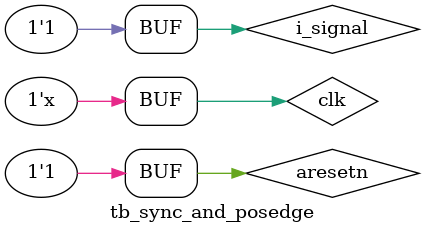
<source format=sv>
`timescale 1ns / 1ps

    module tb_sync_and_posedge();

    logic clk, aresetn, i_signal, aux_signal, o_signal;

    initial begin
        clk = 1'b0;
        aresetn = 1'b1;
        i_signal = 1'b0;
        #2;
        aresetn = 1'b0;
        #2;
        aresetn = 1'b1;
        #4;
    end
    
    always 
        #1 clk = ~clk;
    
    always begin
        #1
        #10 i_signal = 1'b1;
        
        #2 i_signal= 1'b0;		
        
        #2 i_signal = 1'b1;	
        
        #4 i_signal= 1'b0;				
        
        #2 i_signal = 1'b1;

        #10 i_signal = 1'b1;

	end
    
    synchronizer test_sync_inst(
        .clk(clk),
        .aresetn(aresetn),
        .i_signal(i_signal),
        .o_signal(aux_signal)
    );

    posedge_detector posedge_detector_inst(
        .clk(clk), 
        .aresetn(aresetn),
        .signal(aux_signal),
        .detection(o_signal)
    );

endmodule


</source>
